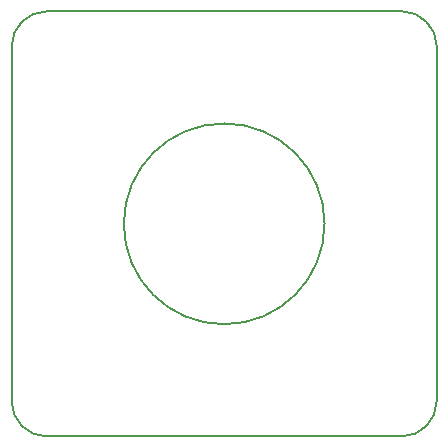
<source format=gbr>
G04 #@! TF.GenerationSoftware,KiCad,Pcbnew,5.1.9-73d0e3b20d~88~ubuntu20.10.1*
G04 #@! TF.CreationDate,2021-09-15T14:03:07-07:00*
G04 #@! TF.ProjectId,led_ring,6c65645f-7269-46e6-972e-6b696361645f,rev?*
G04 #@! TF.SameCoordinates,Original*
G04 #@! TF.FileFunction,Profile,NP*
%FSLAX46Y46*%
G04 Gerber Fmt 4.6, Leading zero omitted, Abs format (unit mm)*
G04 Created by KiCad (PCBNEW 5.1.9-73d0e3b20d~88~ubuntu20.10.1) date 2021-09-15 14:03:07*
%MOMM*%
%LPD*%
G01*
G04 APERTURE LIST*
G04 #@! TA.AperFunction,Profile*
%ADD10C,0.150000*%
G04 #@! TD*
G04 APERTURE END LIST*
D10*
X35800000Y-32800000D02*
X65800000Y-32800000D01*
X32800000Y-35800000D02*
X32800000Y-65800000D01*
X35800000Y-68800000D02*
G75*
G02*
X32800000Y-65800000I0J3000000D01*
G01*
X68800000Y-65800000D02*
G75*
G02*
X65800000Y-68800000I-3000000J0D01*
G01*
X65800000Y-32800000D02*
G75*
G02*
X68800000Y-35800000I0J-3000000D01*
G01*
X32800000Y-35800000D02*
G75*
G02*
X35800000Y-32800000I3000000J0D01*
G01*
X68800000Y-35800000D02*
X68800000Y-65800000D01*
X65800000Y-68800000D02*
X35800000Y-68800000D01*
X59300000Y-50800000D02*
G75*
G03*
X59300000Y-50800000I-8500000J0D01*
G01*
M02*

</source>
